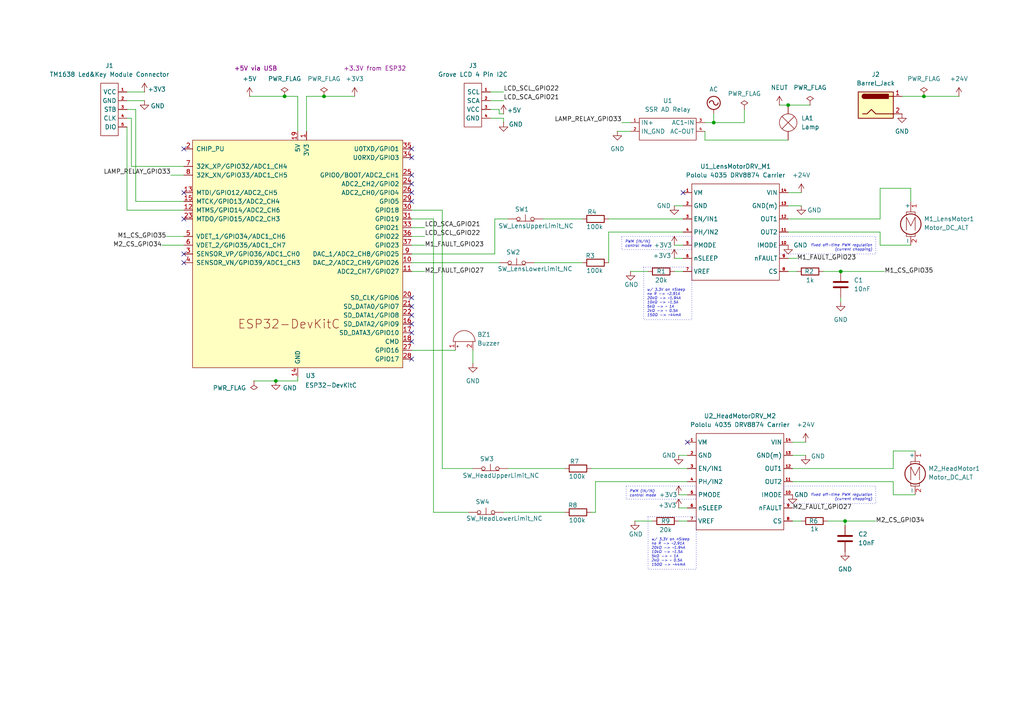
<source format=kicad_sch>
(kicad_sch (version 20250114) (generator "eeschema") (generator_version "9.0")
  (paper "A4")
  (lib_symbols
    (symbol "Connector:Barrel_Jack" (pin_names (offset 1.016))
      (property "Reference" "J" (at 0 5.334 0))
      (property "Value" "Barrel_Jack" (at 0 -5.08 0))
      (symbol "Barrel_Jack_0_1"
        (rectangle (start -5.08 3.81) (end 5.08 -3.81) (stroke (width 0.254)) (fill (type background)))
        (polyline (pts (xy -3.81 -2.54) (xy -2.54 -2.54) (xy -1.27 -1.27) (xy 0 -2.54) (xy 2.54 -2.54) (xy 5.08 -2.54)) (stroke (width 0.254)))
        (arc (start -3.302 1.905) (mid -3.9343 2.54) (end -3.302 3.175) (stroke (width 0.254)))
        (arc (start -3.302 1.905) (mid -3.9343 2.54) (end -3.302 3.175) (stroke (width 0.254)) (fill (type outline)))
        (rectangle (start 3.683 3.175) (end -3.302 1.905) (stroke (width 0.254)) (fill (type outline)))
        (polyline (pts (xy 5.08 2.54) (xy 3.81 2.54)) (stroke (width 0.254)))
      )
      (symbol "Barrel_Jack_1_1"
        (pin passive line (at 7.62 2.54 180) (length 2.54) (name "~") (number "1"))
        (pin passive line (at 7.62 -2.54 180) (length 2.54) (name "~") (number "2"))
      )
    )
    (symbol "Device:Buzzer" (pin_names (offset 0.0254) (hide yes))
      (property "Reference" "BZ" (at 3.81 1.27 0))
      (property "Value" "Buzzer" (at 3.81 -1.27 0))
      (symbol "Buzzer_0_1"
        (polyline (pts (xy -1.651 1.905) (xy -1.143 1.905)))
        (polyline (pts (xy -1.397 2.159) (xy -1.397 1.651)))
        (arc (start 0 3.175) (mid 3.1612 0) (end 0 -3.175))
        (polyline (pts (xy 0 3.175) (xy 0 -3.175)))
      )
      (symbol "Buzzer_1_1"
        (pin passive line (at -2.54 2.54 0) (length 2.54) (name "+") (number "1"))
        (pin passive line (at -2.54 -2.54 0) (length 2.54) (name "-") (number "2"))
      )
    )
    (symbol "Device:C" (pin_numbers (hide yes)) (pin_names (offset 0.254))
      (property "Reference" "C" (at 0.635 2.54 0))
      (property "Value" "C" (at 0.635 -2.54 0))
      (symbol "C_0_1"
        (polyline (pts (xy -2.032 0.762) (xy 2.032 0.762)) (stroke (width 0.508)))
        (polyline (pts (xy -2.032 -0.762) (xy 2.032 -0.762)) (stroke (width 0.508)))
      )
      (symbol "C_1_1"
        (pin passive line (at 0 3.81 270) (length 2.794) (name "~") (number "1"))
        (pin passive line (at 0 -3.81 90) (length 2.794) (name "~") (number "2"))
      )
    )
    (symbol "Device:Lamp" (pin_numbers (hide yes)) (pin_names (offset 0.0254) (hide yes))
      (property "Reference" "LA" (at 0.635 3.81 0))
      (property "Value" "Lamp" (at 0.635 -3.81 0))
      (symbol "Lamp_0_1"
        (polyline (pts (xy -1.778 1.778) (xy 1.778 -1.778)))
        (circle (center 0 0) (radius 2.54))
        (polyline (pts (xy 1.778 1.778) (xy -1.778 -1.778)))
      )
      (symbol "Lamp_1_1"
        (pin passive line (at 0 5.08 270) (length 2.54) (name "+") (number "2"))
        (pin passive line (at 0 -5.08 90) (length 2.54) (name "-") (number "1"))
      )
    )
    (symbol "Device:R" (pin_numbers (hide yes)) (pin_names (offset 0))
      (property "Reference" "R" (at 2.032 0 90))
      (property "Value" "R" (at 0 0 90))
      (symbol "R_0_1"
        (rectangle (start -1.016 -2.54) (end 1.016 2.54) (stroke (width 0.254)))
      )
      (symbol "R_1_1"
        (pin passive line (at 0 3.81 270) (length 1.27) (name "~") (number "1"))
        (pin passive line (at 0 -3.81 90) (length 1.27) (name "~") (number "2"))
      )
    )
    (symbol "Motor:Motor_DC_ALT" (pin_names (offset 0))
      (property "Reference" "M" (at 2.54 2.54 0))
      (property "Value" "Motor_DC_ALT" (at 2.54 -5.08 0))
      (symbol "Motor_DC_ALT_0_0"
        (polyline (pts (xy -1.27 1.27) (xy -1.27 2.032) (xy 1.27 2.032) (xy 1.27 1.27)))
        (polyline (pts (xy -1.27 -3.302) (xy -1.27 0.508) (xy 0 -2.032) (xy 1.27 0.508) (xy 1.27 -3.302)))
        (polyline (pts (xy -1.27 -4.318) (xy -1.27 -5.08) (xy 1.27 -5.08) (xy 1.27 -4.318)))
        (circle (center 0 -1.524) (radius 2.9718) (stroke (width 0.254)))
      )
      (symbol "Motor_DC_ALT_0_1"
        (polyline (pts (xy 0 2.032) (xy 0 2.54)))
      )
      (symbol "Motor_DC_ALT_1_1"
        (pin passive line (at 0 5.08 270) (length 2.54) (name "+") (number "1"))
        (pin passive line (at 0 -7.62 90) (length 2.54) (name "-") (number "2"))
      )
    )
    (symbol "PCM_Espressif:ESP32-DevKitC" (pin_names (offset 1.016))
      (property "Reference" "U" (at -30.48 38.1 0))
      (property "Value" "ESP32-DevKitC" (at -30.48 35.56 0))
      (symbol "ESP32-DevKitC_0_0"
        (text "ESP32-DevKitC" (at -2.54 -20.32 0) (effects (font (size 2.54 2.54))))
        (pin power_in line (at 0 35.56 270) (length 2.54) (name "5V") (number "19"))
        (pin power_in line (at 0 -35.56 90) (length 2.54) (name "GND") (number "14"))
      )
      (symbol "ESP32-DevKitC_0_1"
        (rectangle (start -30.48 33.02) (end 30.48 -33.02) (fill (type background)))
      )
      (symbol "ESP32-DevKitC_1_1"
        (pin input line (at -33.02 30.48 0) (length 2.54) (name "CHIP_PU") (number "2"))
        (pin bidirectional line (at -33.02 25.4 0) (length 2.54) (name "32K_XP/GPIO32/ADC1_CH4") (number "7"))
        (pin bidirectional line (at -33.02 22.86 0) (length 2.54) (name "32K_XN/GPIO33/ADC1_CH5") (number "8"))
        (pin bidirectional line (at -33.02 17.78 0) (length 2.54) (name "MTDI/GPIO12/ADC2_CH5") (number "13"))
        (pin bidirectional line (at -33.02 15.24 0) (length 2.54) (name "MTCK/GPIO13/ADC2_CH4") (number "15"))
        (pin bidirectional line (at -33.02 12.7 0) (length 2.54) (name "MTMS/GPIO14/ADC2_CH6") (number "12"))
        (pin bidirectional line (at -33.02 10.16 0) (length 2.54) (name "MTDO/GPIO15/ADC2_CH3") (number "23"))
        (pin input line (at -33.02 5.08 0) (length 2.54) (name "VDET_1/GPIO34/ADC1_CH6") (number "5"))
        (pin input line (at -33.02 2.54 0) (length 2.54) (name "VDET_2/GPIO35/ADC1_CH7") (number "6"))
        (pin input line (at -33.02 0 0) (length 2.54) (name "SENSOR_VP/GPIO36/ADC1_CH0") (number "3"))
        (pin input line (at -33.02 -2.54 0) (length 2.54) (name "SENSOR_VN/GPIO39/ADC1_CH3") (number "4"))
        (pin passive line (at 0 -35.56 90) (length 2.54) (hide yes) (name "GND") (number "32"))
        (pin passive line (at 0 -35.56 90) (length 2.54) (hide yes) (name "GND") (number "38"))
        (pin power_in line (at 2.54 35.56 270) (length 2.54) (name "3V3") (number "1"))
        (pin bidirectional line (at 33.02 30.48 180) (length 2.54) (name "U0TXD/GPIO1") (number "35"))
        (pin bidirectional line (at 33.02 27.94 180) (length 2.54) (name "U0RXD/GPIO3") (number "34"))
        (pin bidirectional line (at 33.02 22.86 180) (length 2.54) (name "GPIO0/BOOT/ADC2_CH1") (number "25"))
        (pin bidirectional line (at 33.02 20.32 180) (length 2.54) (name "ADC2_CH2/GPIO2") (number "24"))
        (pin bidirectional line (at 33.02 17.78 180) (length 2.54) (name "ADC2_CH0/GPIO4") (number "26"))
        (pin bidirectional line (at 33.02 15.24 180) (length 2.54) (name "GPIO5") (number "29"))
        (pin bidirectional line (at 33.02 12.7 180) (length 2.54) (name "GPIO18") (number "30"))
        (pin bidirectional line (at 33.02 10.16 180) (length 2.54) (name "GPIO19") (number "31"))
        (pin bidirectional line (at 33.02 7.62 180) (length 2.54) (name "GPIO21") (number "33"))
        (pin bidirectional line (at 33.02 5.08 180) (length 2.54) (name "GPIO22") (number "36"))
        (pin bidirectional line (at 33.02 2.54 180) (length 2.54) (name "GPIO23") (number "37"))
        (pin bidirectional line (at 33.02 0 180) (length 2.54) (name "DAC_1/ADC2_CH8/GPIO25") (number "9"))
        (pin bidirectional line (at 33.02 -2.54 180) (length 2.54) (name "DAC_2/ADC2_CH9/GPIO26") (number "10"))
        (pin bidirectional line (at 33.02 -5.08 180) (length 2.54) (name "ADC2_CH7/GPIO27") (number "11"))
        (pin bidirectional line (at 33.02 -12.7 180) (length 2.54) (name "SD_CLK/GPIO6") (number "20"))
        (pin bidirectional line (at 33.02 -15.24 180) (length 2.54) (name "SD_DATA0/GPIO7") (number "21"))
        (pin bidirectional line (at 33.02 -17.78 180) (length 2.54) (name "SD_DATA1/GPIO8") (number "22"))
        (pin bidirectional line (at 33.02 -20.32 180) (length 2.54) (name "SD_DATA2/GPIO9") (number "16"))
        (pin bidirectional line (at 33.02 -22.86 180) (length 2.54) (name "SD_DATA3/GPIO10") (number "17"))
        (pin bidirectional line (at 33.02 -25.4 180) (length 2.54) (name "CMD") (number "18"))
        (pin bidirectional line (at 33.02 -27.94 180) (length 2.54) (name "GPIO16") (number "27"))
        (pin bidirectional line (at 33.02 -30.48 180) (length 2.54) (name "GPIO17") (number "28"))
      )
    )
    (symbol "Switch:SW_Push_Open" (pin_numbers (hide yes)) (pin_names (offset 1.016) (hide yes))
      (property "Reference" "SW" (at 0 2.54 0))
      (property "Value" "SW_Push_Open" (at 0 -1.905 0))
      (symbol "SW_Push_Open_0_1"
        (polyline (pts (xy -2.54 -0.635) (xy 2.54 -0.635)))
        (circle (center -2.032 0) (radius 0.508))
        (polyline (pts (xy 0 -0.635) (xy 0 1.27)))
        (circle (center 2.032 0) (radius 0.508))
        (pin passive line (at -5.08 0 0) (length 2.54) (name "A") (number "1"))
      )
      (symbol "SW_Push_Open_1_1"
        (pin passive line (at 5.08 0 180) (length 2.54) (name "B") (number "2"))
      )
    )
    (symbol "petro:Grove_LCD_4Pin_I2C"
      (property "Reference" "J" (at 0 0 0))
      (property "Value" "Grove LCD 4 Pin I2C" (at 0.254 -17.78 0))
      (symbol "Grove_LCD_4Pin_I2C_0_1"
        (rectangle (start -2.54 -1.27) (end 2.54 -13.97))
      )
      (symbol "Grove_LCD_4Pin_I2C_1_1"
        (pin input line (at 5.08 -3.81 180) (length 2.54) (name "SCL") (number "1"))
        (pin input line (at 5.08 -6.35 180) (length 2.54) (name "SCA") (number "2"))
        (pin power_in line (at 5.08 -8.89 180) (length 2.54) (name "VCC") (number "3"))
        (pin power_in line (at 5.08 -11.43 180) (length 2.54) (name "GND") (number "4"))
      )
    )
    (symbol "petro:SSR_Relay"
      (property "Reference" "U" (at 0 0 0))
      (property "Value" "SSR AD Relay" (at 2.54 -8.89 0))
      (symbol "SSR_Relay_0_1"
        (rectangle (start -6.35 -1.27) (end 10.16 -7.62))
      )
      (symbol "SSR_Relay_1_1"
        (pin input line (at -8.89 -2.54 0) (length 2.54) (name "IN+") (number "1"))
        (pin power_in line (at -8.89 -5.08 0) (length 2.54) (name "IN_GND") (number "2"))
        (pin passive line (at 12.7 -2.54 180) (length 2.54) (name "AC1~IN") (number "3"))
        (pin passive line (at 12.7 -5.08 180) (length 2.54) (name "AC~OUT") (number "4"))
      )
    )
    (symbol "petro:TM1638_LEDKEY_Module Connector"
      (property "Reference" "J" (at 0 0 0))
      (property "Value" "TM1638 Led&Key Module Connector" (at 0.254 -17.78 0))
      (symbol "TM1638_LEDKEY_Module Connector_0_1"
        (rectangle (start -2.54 -1.27) (end 2.54 -16.51))
      )
      (symbol "TM1638_LEDKEY_Module Connector_1_1"
        (pin power_in line (at 5.08 -3.81 180) (length 2.54) (name "VCC") (number "1"))
        (pin power_in line (at 5.08 -6.35 180) (length 2.54) (name "GND") (number "2"))
        (pin input line (at 5.08 -8.89 180) (length 2.54) (name "STB") (number "3"))
        (pin input line (at 5.08 -11.43 180) (length 2.54) (name "CLK") (number "4"))
        (pin bidirectional line (at 5.08 -13.97 180) (length 2.54) (name "DIO") (number "5"))
      )
    )
    (symbol "petro:pololu_4035_DRV8874_Carrier"
      (property "Reference" "U" (at -12.192 16.51 0))
      (property "Value" "Pololu 4035 DRV8874 Carrier" (at 1.27 14.224 0))
      (symbol "pololu_4035_DRV8874_Carrier_0_1"
        (rectangle (start -12.7 12.7) (end 12.7 -15.24))
      )
      (symbol "pololu_4035_DRV8874_Carrier_1_1"
        (pin power_out line (at -15.24 10.16 0) (length 2.54) (name "VM") (number "1"))
        (pin power_in line (at -15.24 6.35 0) (length 2.54) (name "GND") (number "2"))
        (pin input line (at -15.24 2.54 0) (length 2.54) (name "EN/IN1") (number "3"))
        (pin input line (at -15.24 -1.27 0) (length 2.54) (name "PH/IN2") (number "4"))
        (pin input line (at -15.24 -5.08 0) (length 2.54) (name "PMODE") (number "5"))
        (pin input line (at -15.24 -8.89 0) (length 2.54) (name "nSLEEP") (number "6"))
        (pin input line (at -15.24 -12.7 0) (length 2.54) (name "VREF") (number "7"))
        (pin power_in line (at 15.24 10.16 180) (length 2.54) (name "VIN") (number "14"))
        (pin power_in line (at 15.24 6.35 180) (length 2.54) (name "GND(m)") (number "13"))
        (pin power_out line (at 15.24 2.54 180) (length 2.54) (name "OUT1") (number "12"))
        (pin power_out line (at 15.24 -1.27 180) (length 2.54) (name "OUT2") (number "11"))
        (pin input line (at 15.24 -5.08 180) (length 2.54) (name "IMODE") (number "10"))
        (pin open_collector line (at 15.24 -8.89 180) (length 2.54) (name "nFAULT") (number "9"))
        (pin output line (at 15.24 -12.7 180) (length 2.54) (name "CS") (number "8"))
      )
    )
    (symbol "power:+24V" (power) (pin_numbers (hide yes)) (pin_names (offset 0) (hide yes))
      (property "Value" "+24V" (at 0 3.556 0))
      (symbol "+24V_0_1"
        (polyline (pts (xy -0.762 1.27) (xy 0 2.54)))
        (polyline (pts (xy 0 2.54) (xy 0.762 1.27)))
        (polyline (pts (xy 0 0) (xy 0 2.54)))
      )
      (symbol "+24V_1_1"
        (pin power_in line (at 0 0 90) (length 0) (name "~") (number "1"))
      )
    )
    (symbol "power:+3V3" (power) (pin_numbers (hide yes)) (pin_names (offset 0) (hide yes))
      (property "Value" "+3V3" (at 0 3.556 0))
      (symbol "+3V3_0_1"
        (polyline (pts (xy -0.762 1.27) (xy 0 2.54)))
        (polyline (pts (xy 0 2.54) (xy 0.762 1.27)))
        (polyline (pts (xy 0 0) (xy 0 2.54)))
      )
      (symbol "+3V3_1_1"
        (pin power_in line (at 0 0 90) (length 0) (name "~") (number "1"))
      )
    )
    (symbol "power:+5V" (power) (pin_numbers (hide yes)) (pin_names (offset 0) (hide yes))
      (property "Value" "+5V" (at 0 3.556 0))
      (symbol "+5V_0_1"
        (polyline (pts (xy -0.762 1.27) (xy 0 2.54)))
        (polyline (pts (xy 0 2.54) (xy 0.762 1.27)))
        (polyline (pts (xy 0 0) (xy 0 2.54)))
      )
      (symbol "+5V_1_1"
        (pin power_in line (at 0 0 90) (length 0) (name "~") (number "1"))
      )
    )
    (symbol "power:AC" (power) (pin_numbers (hide yes)) (pin_names (offset 0) (hide yes))
      (property "Value" "AC" (at 0 6.35 0))
      (symbol "AC_0_1"
        (arc (start -1.27 3.175) (mid -0.635 3.8073) (end 0 3.175) (stroke (width 0.254)))
        (circle (center 0 3.175) (radius 1.905) (stroke (width 0.254)))
        (polyline (pts (xy 0 0) (xy 0 1.27)))
        (arc (start 1.27 3.175) (mid 0.635 2.5427) (end 0 3.175) (stroke (width 0.254)))
      )
      (symbol "AC_1_1"
        (pin power_in line (at 0 0 90) (length 0) (name "~") (number "1"))
      )
    )
    (symbol "power:GND" (power) (pin_numbers (hide yes)) (pin_names (offset 0) (hide yes))
      (property "Value" "GND" (at 0 -3.81 0))
      (symbol "GND_0_1"
        (polyline (pts (xy 0 0) (xy 0 -1.27) (xy 1.27 -1.27) (xy 0 -2.54) (xy -1.27 -1.27) (xy 0 -1.27)))
      )
      (symbol "GND_1_1"
        (pin power_in line (at 0 0 270) (length 0) (name "~") (number "1"))
      )
    )
    (symbol "power:NEUT" (power) (pin_numbers (hide yes)) (pin_names (offset 0) (hide yes))
      (property "Value" "NEUT" (at 0 3.556 0))
      (symbol "NEUT_0_1"
        (polyline (pts (xy -0.762 1.27) (xy 0 2.54)))
        (polyline (pts (xy 0 2.54) (xy 0.762 1.27)))
        (polyline (pts (xy 0 0) (xy 0 2.54)))
      )
      (symbol "NEUT_1_1"
        (pin power_in line (at 0 0 90) (length 0) (name "~") (number "1"))
      )
    )
    (symbol "power:PWR_FLAG" (power) (pin_numbers (hide yes)) (pin_names (offset 0) (hide yes))
      (property "Value" "PWR_FLAG" (at 0 3.81 0))
      (symbol "PWR_FLAG_0_0"
        (pin power_out line (at 0 0 90) (length 0) (name "~") (number "1"))
      )
      (symbol "PWR_FLAG_0_1"
        (polyline (pts (xy 0 0) (xy 0 1.27) (xy -1.016 1.905) (xy 0 2.54) (xy 1.016 1.905) (xy 0 1.27)))
      )
    )
  )
  (text_box "fixed off-time PWM regulation \n(current chopping)" (at 226.06 68.58 0) (size 27.94 5.08) (margins 0.9525 0.9525 0.9525 0.9525) (stroke (width 0) (type dot)) (effects (font (size 0.762 0.762) (thickness 0.0953) (italic yes)) (justify right bottom)))
  (text_box "PWM (IN/IN) \ncontrol mode" (at 181.61 140.97 0) (size 20.32 3.81) (margins 0.9525 0.9525 0.9525 0.9525) (stroke (width 0) (type dot)) (effects (font (size 0.762 0.762) (thickness 0.0953) (italic yes)) (justify left top)))
  (text_box "PWM (IN/IN) \ncontrol mode" (at 180.34 68.58 0) (size 20.32 3.81) (margins 0.9525 0.9525 0.9525 0.9525) (stroke (width 0) (type dot)) (effects (font (size 0.762 0.762) (thickness 0.0953) (italic yes)) (justify left top)))
  (text_box "w/ 3.3V on nSleep\nno R -> ~2.91A\n20kΩ -> ~1.94A\n10kΩ -> ~1.5A\n5kΩ -> ~ 1A\n2kΩ -> ~ 0.5A\n150Ω -> ~44mA" (at 187.96 149.86 0) (size 13.97 15.24) (margins 0.9525 0.9525 0.9525 0.9525) (stroke (width 0) (type dot)) (effects (font (size 0.762 0.762) (thickness 0.0953) (italic yes)) (justify left bottom)))
  (text_box "fixed off-time PWM regulation \n(current chopping)" (at 227.33 140.97 0) (size 26.67 5.08) (margins 0.9525 0.9525 0.9525 0.9525) (stroke (width 0) (type dot)) (effects (font (size 0.762 0.762) (thickness 0.0953) (italic yes)) (justify right bottom)))
  (text_box "w/ 3.3V on nSleep\nno R -> ~2.91A\n20kΩ -> ~1.94A\n10kΩ -> ~1.5A\n5kΩ -> ~ 1A\n2kΩ -> ~ 0.5A\n150Ω -> ~44mA" (at 186.69 77.47 0) (size 13.97 15.24) (margins 0.9525 0.9525 0.9525 0.9525) (stroke (width 0) (type dot)) (effects (font (size 0.762 0.762) (thickness 0.0953) (italic yes)) (justify left bottom)))
  (junction (at 228.6 30.48))
  (junction (at 267.97 27.94))
  (junction (at 93.98 27.94))
  (junction (at 207.01 35.56))
  (junction (at 243.84 78.74))
  (junction (at 245.11 151.13))
  (junction (at 80.01 110.49))
  (junction (at 82.55 27.94))
  (no_connect (at 119.38 45.72))
  (no_connect (at 119.38 99.06))
  (no_connect (at 53.34 63.5))
  (no_connect (at 119.38 50.8))
  (no_connect (at 119.38 104.14))
  (no_connect (at 119.38 96.52))
  (no_connect (at 199.39 128.27))
  (no_connect (at 53.34 43.18))
  (no_connect (at 119.38 91.44))
  (no_connect (at 119.38 43.18))
  (no_connect (at 119.38 55.88))
  (no_connect (at 119.38 58.42))
  (no_connect (at 119.38 88.9))
  (no_connect (at 53.34 76.2))
  (no_connect (at 198.12 55.88))
  (no_connect (at 53.34 73.66))
  (no_connect (at 119.38 53.34))
  (no_connect (at 119.38 86.36))
  (no_connect (at 119.38 93.98))
  (no_connect (at 53.34 55.88))
  (wire (pts (xy 245.11 152.4) (xy 245.11 151.13)))
  (wire (pts (xy 172.72 139.7) (xy 199.39 139.7)))
  (wire (pts (xy 195.58 74.93) (xy 198.12 74.93)))
  (wire (pts (xy 196.85 147.32) (xy 199.39 147.32)))
  (wire (pts (xy 119.38 76.2) (xy 144.78 76.2)))
  (wire (pts (xy 232.41 59.69) (xy 228.6 59.69)))
  (wire (pts (xy 147.32 135.89) (xy 163.83 135.89)))
  (wire (pts (xy 119.38 68.58) (xy 123.19 68.58)))
  (wire (pts (xy 93.98 27.94) (xy 102.87 27.94)))
  (wire (pts (xy 132.08 101.6) (xy 119.38 101.6)))
  (wire (pts (xy 157.48 63.5) (xy 168.91 63.5)))
  (wire (pts (xy 163.83 148.59) (xy 146.05 148.59)))
  (wire (pts (xy 204.47 35.56) (xy 207.01 35.56)))
  (wire (pts (xy 243.84 78.74) (xy 256.54 78.74)))
  (wire (pts (xy 119.38 60.96) (xy 128.27 60.96)))
  (wire (pts (xy 259.08 143.51) (xy 265.43 143.51)))
  (wire (pts (xy 259.08 139.7) (xy 229.87 139.7)))
  (wire (pts (xy 39.37 58.42) (xy 53.34 58.42)))
  (wire (pts (xy 172.72 148.59) (xy 172.72 139.7)))
  (wire (pts (xy 264.16 54.61) (xy 255.27 54.61)))
  (wire (pts (xy 204.47 40.64) (xy 204.47 38.1)))
  (wire (pts (xy 36.83 29.21) (xy 41.91 29.21)))
  (wire (pts (xy 240.03 151.13) (xy 245.11 151.13)))
  (wire (pts (xy 137.16 101.6) (xy 137.16 105.41)))
  (wire (pts (xy 243.84 86.36) (xy 243.84 87.63)))
  (wire (pts (xy 36.83 31.75) (xy 39.37 31.75)))
  (wire (pts (xy 38.1 34.29) (xy 38.1 48.26)))
  (wire (pts (xy 195.58 78.74) (xy 198.12 78.74)))
  (wire (pts (xy 142.24 26.67) (xy 146.05 26.67)))
  (wire (pts (xy 171.45 135.89) (xy 199.39 135.89)))
  (wire (pts (xy 196.85 143.51) (xy 199.39 143.51)))
  (wire (pts (xy 144.78 33.02) (xy 144.78 31.75)))
  (wire (pts (xy 125.73 148.59) (xy 135.89 148.59)))
  (wire (pts (xy 228.6 78.74) (xy 231.14 78.74)))
  (wire (pts (xy 278.13 27.94) (xy 267.97 27.94)))
  (wire (pts (xy 154.94 76.2) (xy 168.91 76.2)))
  (wire (pts (xy 259.08 130.81) (xy 265.43 130.81)))
  (wire (pts (xy 36.83 36.83) (xy 36.83 60.96)))
  (wire (pts (xy 36.83 60.96) (xy 53.34 60.96)))
  (wire (pts (xy 128.27 60.96) (xy 128.27 135.89)))
  (wire (pts (xy 143.51 73.66) (xy 119.38 73.66)))
  (wire (pts (xy 176.53 63.5) (xy 198.12 63.5)))
  (wire (pts (xy 259.08 143.51) (xy 259.08 139.7)))
  (wire (pts (xy 226.06 30.48) (xy 228.6 30.48)))
  (wire (pts (xy 259.08 130.81) (xy 259.08 135.89)))
  (wire (pts (xy 36.83 34.29) (xy 38.1 34.29)))
  (wire (pts (xy 72.39 27.94) (xy 82.55 27.94)))
  (wire (pts (xy 255.27 54.61) (xy 255.27 63.5)))
  (wire (pts (xy 147.32 63.5) (xy 143.51 63.5)))
  (wire (pts (xy 231.14 74.93) (xy 228.6 74.93)))
  (wire (pts (xy 142.24 29.21) (xy 146.05 29.21)))
  (wire (pts (xy 119.38 66.04) (xy 123.19 66.04)))
  (wire (pts (xy 255.27 67.31) (xy 228.6 67.31)))
  (wire (pts (xy 238.76 78.74) (xy 243.84 78.74)))
  (wire (pts (xy 123.19 71.12) (xy 119.38 71.12)))
  (wire (pts (xy 255.27 63.5) (xy 228.6 63.5)))
  (wire (pts (xy 36.83 26.67) (xy 41.91 26.67)))
  (wire (pts (xy 228.6 30.48) (xy 234.95 30.48)))
  (wire (pts (xy 38.1 48.26) (xy 53.34 48.26)))
  (wire (pts (xy 215.9 35.56) (xy 207.01 35.56)))
  (wire (pts (xy 184.15 151.13) (xy 189.23 151.13)))
  (wire (pts (xy 88.9 27.94) (xy 88.9 38.1)))
  (wire (pts (xy 182.88 78.74) (xy 187.96 78.74)))
  (wire (pts (xy 176.53 67.31) (xy 198.12 67.31)))
  (wire (pts (xy 195.58 71.12) (xy 198.12 71.12)))
  (wire (pts (xy 176.53 76.2) (xy 176.53 67.31)))
  (wire (pts (xy 229.87 135.89) (xy 259.08 135.89)))
  (wire (pts (xy 245.11 151.13) (xy 254 151.13)))
  (wire (pts (xy 179.07 38.1) (xy 182.88 38.1)))
  (wire (pts (xy 86.36 109.22) (xy 86.36 110.49)))
  (wire (pts (xy 171.45 148.59) (xy 172.72 148.59)))
  (wire (pts (xy 198.12 59.69) (xy 195.58 59.69)))
  (wire (pts (xy 196.85 151.13) (xy 199.39 151.13)))
  (wire (pts (xy 48.26 68.58) (xy 53.34 68.58)))
  (wire (pts (xy 232.41 55.88) (xy 228.6 55.88)))
  (wire (pts (xy 229.87 132.08) (xy 233.68 132.08)))
  (wire (pts (xy 229.87 151.13) (xy 232.41 151.13)))
  (wire (pts (xy 49.53 50.8) (xy 53.34 50.8)))
  (wire (pts (xy 119.38 63.5) (xy 125.73 63.5)))
  (wire (pts (xy 255.27 71.12) (xy 255.27 67.31)))
  (wire (pts (xy 80.01 110.49) (xy 86.36 110.49)))
  (wire (pts (xy 82.55 27.94) (xy 86.36 27.94)))
  (wire (pts (xy 73.66 110.49) (xy 80.01 110.49)))
  (wire (pts (xy 144.78 33.02) (xy 146.05 33.02)))
  (wire (pts (xy 128.27 135.89) (xy 137.16 135.89)))
  (wire (pts (xy 261.62 27.94) (xy 267.97 27.94)))
  (wire (pts (xy 233.68 128.27) (xy 229.87 128.27)))
  (wire (pts (xy 119.38 78.74) (xy 123.19 78.74)))
  (wire (pts (xy 207.01 33.02) (xy 207.01 35.56)))
  (wire (pts (xy 39.37 31.75) (xy 39.37 58.42)))
  (wire (pts (xy 146.05 35.56) (xy 146.05 34.29)))
  (wire (pts (xy 146.05 34.29) (xy 142.24 34.29)))
  (wire (pts (xy 143.51 63.5) (xy 143.51 73.66)))
  (wire (pts (xy 88.9 27.94) (xy 93.98 27.94)))
  (wire (pts (xy 86.36 27.94) (xy 86.36 38.1)))
  (wire (pts (xy 264.16 54.61) (xy 264.16 58.42)))
  (wire (pts (xy 180.34 35.56) (xy 182.88 35.56)))
  (wire (pts (xy 125.73 63.5) (xy 125.73 148.59)))
  (wire (pts (xy 196.85 132.08) (xy 199.39 132.08)))
  (wire (pts (xy 46.99 71.12) (xy 53.34 71.12)))
  (wire (pts (xy 144.78 31.75) (xy 142.24 31.75)))
  (wire (pts (xy 215.9 31.75) (xy 215.9 35.56)))
  (wire (pts (xy 264.16 71.12) (xy 255.27 71.12)))
  (wire (pts (xy 204.47 40.64) (xy 228.6 40.64)))
  (label "LCD_SCA_GPIO21" (at 146.05 29.21 0))
  (label "LCD_SCL_GPIO22" (at 123.19 68.58 0))
  (label "M2_FAULT_GPIO27" (at 229.87 147.32 0))
  (label "M1_CS_GPIO35" (at 256.54 78.74 0))
  (label "M2_FAULT_GPIO27" (at 123.19 78.74 0))
  (label "LCD_SCL_GPIO22" (at 146.05 26.67 0))
  (label "LAMP_RELAY_GPIO33" (at 180.34 35.56 180))
  (label "M1_FAULT_GPIO23" (at 231.14 74.93 0))
  (label "M1_CS_GPIO35" (at 48.26 68.58 180))
  (label "LAMP_RELAY_GPIO33" (at 49.53 50.8 180))
  (label "M1_FAULT_GPIO23" (at 123.19 71.12 0))
  (label "LCD_SCA_GPIO21" (at 123.19 66.04 0))
  (label "M2_CS_GPIO34" (at 46.99 71.12 180))
  (label "M2_CS_GPIO34" (at 254 151.13 0))
  (symbol (lib_id "power:+3V3") (at 41.91 26.67 0) (unit 1)
    (property "Reference" "#PWR026" (effects (hide yes)))
    (property "Value" "+3V3" (at 45.466 25.908 0))
    (property "Description" "Power symbol creates a global label with name \"+3V3\"" (effects (hide yes)))
  )
  (symbol (lib_id "power:GND") (at 41.91 29.21 0) (unit 1)
    (property "Reference" "#PWR010" (effects (hide yes)))
    (property "Value" "GND" (at 45.72 30.734 0))
    (property "Description" "Power symbol creates a global label with name \"GND\" , ground" (effects (hide yes)))
  )
  (symbol (lib_id "power:+5V") (at 72.39 27.94 0) (unit 1)
    (property "Reference" "#PWR06" (effects (hide yes)))
    (property "Value" "+5V" (at 72.39 22.86 0))
    (property "Description" "+5V via USB" (at 74.168 19.812 0))
  )
  (symbol (lib_id "power:GND") (at 228.6 71.12 0) (unit 1)
    (property "Reference" "#PWR023" (effects (hide yes)))
    (property "Value" "GND" (at 232.156 71.12 0))
    (property "Description" "Power symbol creates a global label with name \"GND\" , ground" (effects (hide yes)))
  )
  (symbol (lib_id "power:+3V3") (at 195.58 74.93 0) (unit 1)
    (property "Reference" "#PWR021" (effects (hide yes)))
    (property "Value" "+3V3" (at 192.024 74.168 0))
    (property "Description" "Power symbol creates a global label with name \"+3V3\"" (effects (hide yes)))
  )
  (symbol (lib_id "Device:Buzzer") (at 134.62 99.06 90) (unit 1)
    (property "Reference" "BZ1" (at 138.43 97.0348 90) (effects (justify right)))
    (property "Value" "Buzzer" (at 138.43 99.5748 90) (effects (justify right)))
    (property "Description" "Buzzer, polarized" (effects (hide yes)))
  )
  (symbol (lib_id "power:AC") (at 207.01 33.02 0) (unit 1)
    (property "Reference" "#PWR028" (effects (hide yes)))
    (property "Value" "AC" (at 207.01 25.908 0))
    (property "Description" "Power symbol creates a global label with name \"AC\"" (effects (hide yes)))
  )
  (symbol (lib_id "Device:R") (at 191.77 78.74 270) (unit 1)
    (property "Reference" "R1" (at 191.77 78.74 90))
    (property "Value" "20k" (at 191.77 81.28 90))
    (property "Description" "Resistor" (effects (hide yes)))
  )
  (symbol (lib_id "Switch:SW_Push_Open") (at 142.24 135.89 0) (unit 1)
    (property "Reference" "SW3" (at 141.224 133.096 0))
    (property "Value" "SW_HeadUpperLimit_NC" (at 145.288 137.922 0))
    (property "Description" "Push button switch, push-to-open, generic, two pins" (effects (hide yes)))
  )
  (symbol (lib_id "power:PWR_FLAG") (at 73.66 110.49 0) (mirror x) (unit 1)
    (property "Reference" "#FLG04" (effects (hide yes)))
    (property "Value" "PWR_FLAG" (at 66.548 112.522 0))
    (property "Description" "Special symbol for telling ERC where power comes from" (effects (hide yes)))
  )
  (symbol (lib_id "power:NEUT") (at 226.06 30.48 0) (unit 1)
    (property "Reference" "#PWR029" (effects (hide yes)))
    (property "Value" "NEUT" (at 226.06 25.4 0))
    (property "Description" "Power symbol creates a global label with name \"NEUT\"" (effects (hide yes)))
  )
  (symbol (lib_id "PCM_Espressif:ESP32-DevKitC") (at 86.36 73.66 0) (unit 1)
    (property "Reference" "U3" (at 88.646 108.966 0) (effects (justify left)))
    (property "Value" "ESP32-DevKitC" (at 88.5033 111.76 0) (effects (justify left)))
    (property "Footprint" "PCM_Espressif:ESP32-DevKitC" (effects (hide yes)))
    (property "Datasheet" "https://docs.espressif.com/projects/esp-idf/zh_CN/latest/esp32/hw-reference/esp32/get-started-devkitc.html" (effects (hide yes)))
    (property "Description" "Development Kit" (effects (hide yes)))
  )
  (symbol (lib_id "power:GND") (at 229.87 143.51 0) (unit 1)
    (property "Reference" "#PWR022" (effects (hide yes)))
    (property "Value" "GND" (at 232.41 143.51 0))
    (property "Description" "Power symbol creates a global label with name \"GND\" , ground" (effects (hide yes)))
  )
  (symbol (lib_id "power:PWR_FLAG") (at 267.97 27.94 0) (unit 1)
    (property "Reference" "#FLG03" (effects (hide yes)))
    (property "Value" "PWR_FLAG" (at 267.97 22.86 0))
    (property "Description" "Special symbol for telling ERC where power comes from" (effects (hide yes)))
  )
  (symbol (lib_id "power:GND") (at 245.11 160.02 0) (unit 1)
    (property "Reference" "#PWR017" (effects (hide yes)))
    (property "Value" "GND" (at 245.11 165.1 0))
    (property "Description" "Power symbol creates a global label with name \"GND\" , ground" (effects (hide yes)))
  )
  (symbol (lib_id "power:PWR_FLAG") (at 215.9 31.75 0) (unit 1)
    (property "Reference" "#FLG05" (effects (hide yes)))
    (property "Value" "PWR_FLAG" (at 215.9 27.178 0))
    (property "Description" "Special symbol for telling ERC where power comes from" (effects (hide yes)))
  )
  (symbol (lib_id "power:GND") (at 243.84 87.63 0) (unit 1)
    (property "Reference" "#PWR09" (effects (hide yes)))
    (property "Value" "GND" (at 243.84 92.71 0))
    (property "Description" "Power symbol creates a global label with name \"GND\" , ground" (effects (hide yes)))
  )
  (symbol (lib_id "Device:C") (at 243.84 82.55 0) (unit 1)
    (property "Reference" "C1" (at 247.65 81.2799 0) (effects (justify left)))
    (property "Value" "10nF" (at 247.65 83.8199 0) (effects (justify left)))
    (property "Description" "Unpolarized capacitor" (effects (hide yes)))
  )
  (symbol (lib_id "power:PWR_FLAG") (at 82.55 27.94 0) (unit 1)
    (property "Reference" "#FLG01" (effects (hide yes)))
    (property "Value" "PWR_FLAG" (at 82.55 22.86 0))
    (property "Description" "Special symbol for telling ERC where power comes from" (effects (hide yes)))
  )
  (symbol (lib_id "Device:R") (at 234.95 78.74 90) (unit 1)
    (property "Reference" "R2" (at 234.696 78.74 90))
    (property "Value" "1k" (at 234.95 81.28 90))
    (property "Description" "Resistor" (effects (hide yes)))
  )
  (symbol (lib_id "Switch:SW_Push_Open") (at 152.4 63.5 0) (unit 1)
    (property "Reference" "SW1" (at 151.384 60.706 0))
    (property "Value" "SW_LensUpperLimit_NC" (at 155.448 65.532 0))
    (property "Description" "Push button switch, push-to-open, generic, two pins" (effects (hide yes)))
  )
  (symbol (lib_id "power:GND") (at 179.07 38.1 0) (unit 1)
    (property "Reference" "#PWR027" (effects (hide yes)))
    (property "Value" "GND" (at 179.07 43.18 0))
    (property "Description" "Power symbol creates a global label with name \"GND\" , ground" (effects (hide yes)))
  )
  (symbol (lib_id "Device:R") (at 172.72 63.5 270) (unit 1)
    (property "Reference" "R4" (at 171.704 61.468 90))
    (property "Value" "100k" (at 172.466 65.786 90))
    (property "Description" "Resistor" (effects (hide yes)))
  )
  (symbol (lib_id "power:PWR_FLAG") (at 234.95 30.48 0) (unit 1)
    (property "Reference" "#FLG06" (effects (hide yes)))
    (property "Value" "PWR_FLAG" (at 234.95 25.4 0))
    (property "Description" "Special symbol for telling ERC where power comes from" (effects (hide yes)))
  )
  (symbol (lib_id "power:+24V") (at 232.41 55.88 0) (unit 1)
    (property "Reference" "#PWR02" (effects (hide yes)))
    (property "Value" "+24V" (at 232.41 50.8 0))
    (property "Description" "Power symbol creates a global label with name \"+24V\"" (effects (hide yes)))
  )
  (symbol (lib_id "petro:Grove_LCD_4Pin_I2C") (at 137.16 22.86 0) (unit 1)
    (property "Reference" "J3" (at 137.16 19.05 0))
    (property "Value" "Grove LCD 4 Pin I2C" (at 137.16 21.59 0))
    (property "Footprint" "Connector_JST:JST_PH_B4B-PH-K_1x04_P2.00mm_Vertical" (effects (hide yes)))
    (property "Description" "Grove LCD 4 Pin Connection" (effects (hide yes)))
  )
  (symbol (lib_id "Switch:SW_Push_Open") (at 149.86 76.2 0) (unit 1)
    (property "Reference" "SW2" (at 148.844 73.152 0))
    (property "Value" "SW_LensLowerLimit_NC" (at 155.194 77.978 0))
    (property "Description" "Push button switch, push-to-open, generic, two pins" (effects (hide yes)))
  )
  (symbol (lib_id "power:GND") (at 195.58 59.69 0) (unit 1)
    (property "Reference" "#PWR04" (effects (hide yes)))
    (property "Value" "GND" (at 192.532 59.69 0))
    (property "Description" "Power symbol creates a global label with name \"GND\" , ground" (effects (hide yes)))
  )
  (symbol (lib_id "power:+5V") (at 146.05 33.02 0) (unit 1)
    (property "Reference" "#PWR024" (effects (hide yes)))
    (property "Value" "+5V" (at 149.098 32.004 0))
    (property "Description" "Power symbol creates a global label with name \"+5V\"" (effects (hide yes)))
  )
  (symbol (lib_id "Device:R") (at 167.64 135.89 270) (unit 1)
    (property "Reference" "R7" (at 166.624 133.858 90))
    (property "Value" "100k" (at 167.386 138.176 90))
    (property "Description" "Resistor" (effects (hide yes)))
  )
  (symbol (lib_id "power:GND") (at 182.88 78.74 0) (unit 1)
    (property "Reference" "#PWR08" (effects (hide yes)))
    (property "Value" "GND" (at 183.134 82.55 0))
    (property "Description" "Power symbol creates a global label with name \"GND\" , ground" (effects (hide yes)))
  )
  (symbol (lib_id "power:GND") (at 233.68 132.08 0) (unit 1)
    (property "Reference" "#PWR016" (effects (hide yes)))
    (property "Value" "GND" (at 237.236 132.334 0))
    (property "Description" "Power symbol creates a global label with name \"GND\" , ground" (effects (hide yes)))
  )
  (symbol (lib_id "Motor:Motor_DC_ALT") (at 265.43 135.89 0) (unit 1)
    (property "Reference" "M2_HeadMotor1" (at 269.24 135.8899 0) (effects (justify left)))
    (property "Value" "Motor_DC_ALT" (at 269.24 138.4299 0) (effects (justify left)))
    (property "Description" "DC Motor, alternative symbol" (effects (hide yes)))
  )
  (symbol (lib_id "power:GND") (at 137.16 105.41 0) (unit 1)
    (property "Reference" "#PWR011" (effects (hide yes)))
    (property "Value" "GND" (at 137.16 110.49 0))
    (property "Description" "Power symbol creates a global label with name \"GND\" , ground" (effects (hide yes)))
  )
  (symbol (lib_id "petro:pololu_4035_DRV8874_Carrier") (at 213.36 66.04 0) (unit 1)
    (property "Reference" "U1_LensMotorDRV_M1" (at 213.36 48.26 0))
    (property "Value" "Pololu 4035 DRV8874 Carrier" (at 213.36 50.8 0))
    (property "Footprint" "Module:Pololu_Breakout-16_15.2x20.3mm" (effects (hide yes)))
    (property "Datasheet" "https://www.pololu.com/product/4035" (effects (hide yes)))
    (property "Description" "DRV8874 Single Brushed DC Motor Driver Carrier" (effects (hide yes)))
  )
  (symbol (lib_id "power:GND") (at 196.85 132.08 0) (unit 1)
    (property "Reference" "#PWR013" (effects (hide yes)))
    (property "Value" "GND" (at 194.056 132.08 0))
    (property "Description" "Power symbol creates a global label with name \"GND\" , ground" (effects (hide yes)))
  )
  (symbol (lib_id "Device:R") (at 172.72 76.2 270) (unit 1)
    (property "Reference" "R3" (at 171.196 74.168 90))
    (property "Value" "100k" (at 172.466 78.486 90))
    (property "Description" "Resistor" (effects (hide yes)))
  )
  (symbol (lib_id "petro:SSR_Relay") (at 191.77 33.02 0) (unit 1)
    (property "Reference" "U1" (at 193.675 29.21 0))
    (property "Value" "SSR AD Relay" (at 193.675 31.75 0))
  )
  (symbol (lib_id "Device:C") (at 245.11 156.21 0) (unit 1)
    (property "Reference" "C2" (at 248.92 154.9399 0) (effects (justify left)))
    (property "Value" "10nF" (at 248.92 157.4799 0) (effects (justify left)))
    (property "Description" "Unpolarized capacitor" (effects (hide yes)))
  )
  (symbol (lib_id "Device:R") (at 193.04 151.13 270) (unit 1)
    (property "Reference" "R9" (at 193.04 151.13 90))
    (property "Value" "20k" (at 193.04 153.67 90))
    (property "Description" "Resistor" (effects (hide yes)))
  )
  (symbol (lib_id "petro:pololu_4035_DRV8874_Carrier") (at 214.63 138.43 0) (unit 1)
    (property "Reference" "U2_HeadMotorDRV_M2" (at 214.63 120.65 0))
    (property "Value" "Pololu 4035 DRV8874 Carrier" (at 214.63 123.19 0))
    (property "Footprint" "Module:Pololu_Breakout-16_15.2x20.3mm" (effects (hide yes)))
    (property "Datasheet" "https://www.pololu.com/product/4035" (effects (hide yes)))
    (property "Description" "DRV8874 Single Brushed DC Motor Driver Carrier" (effects (hide yes)))
  )
  (symbol (lib_id "power:PWR_FLAG") (at 93.98 27.94 0) (unit 1)
    (property "Reference" "#FLG02" (effects (hide yes)))
    (property "Value" "PWR_FLAG" (at 93.98 22.86 0))
    (property "Description" "Special symbol for telling ERC where power comes from" (effects (hide yes)))
  )
  (symbol (lib_id "power:GND") (at 184.15 151.13 0) (unit 1)
    (property "Reference" "#PWR018" (effects (hide yes)))
    (property "Value" "GND" (at 184.404 154.94 0))
    (property "Description" "Power symbol creates a global label with name \"GND\" , ground" (effects (hide yes)))
  )
  (symbol (lib_id "Device:R") (at 167.64 148.59 270) (unit 1)
    (property "Reference" "R8" (at 166.116 146.558 90))
    (property "Value" "100k" (at 167.386 150.876 90))
    (property "Description" "Resistor" (effects (hide yes)))
  )
  (symbol (lib_id "Switch:SW_Push_Open") (at 140.97 148.59 0) (unit 1)
    (property "Reference" "SW4" (at 139.954 145.542 0))
    (property "Value" "SW_HeadLowerLimit_NC" (at 146.304 150.368 0))
    (property "Description" "Push button switch, push-to-open, generic, two pins" (effects (hide yes)))
  )
  (symbol (lib_id "Motor:Motor_DC_ALT") (at 264.16 63.5 0) (unit 1)
    (property "Reference" "M1_LensMotor1" (at 267.97 63.4999 0) (effects (justify left)))
    (property "Value" "Motor_DC_ALT" (at 267.97 66.0399 0) (effects (justify left)))
    (property "Description" "DC Motor, alternative symbol" (effects (hide yes)))
  )
  (symbol (lib_id "power:GND") (at 146.05 35.56 0) (unit 1)
    (property "Reference" "#PWR025" (effects (hide yes)))
    (property "Value" "GND" (at 149.606 36.068 0))
    (property "Description" "Power symbol creates a global label with name \"GND\" , ground" (effects (hide yes)))
  )
  (symbol (lib_id "power:+3V3") (at 195.58 71.12 0) (unit 1)
    (property "Reference" "#PWR07" (effects (hide yes)))
    (property "Value" "+3V3" (at 192.278 71.12 0))
    (property "Description" "Power symbol creates a global label with name \"+3V3\"" (effects (hide yes)))
  )
  (symbol (lib_id "power:+24V") (at 278.13 27.94 0) (unit 1)
    (property "Reference" "#PWR012" (effects (hide yes)))
    (property "Value" "+24V" (at 278.13 22.86 0))
    (property "Description" "Power symbol creates a global label with name \"+24V\"" (effects (hide yes)))
  )
  (symbol (lib_id "power:+3V3") (at 196.85 143.51 0) (unit 1)
    (property "Reference" "#PWR014" (effects (hide yes)))
    (property "Value" "+3V3" (at 193.802 143.51 0))
    (property "Description" "Power symbol creates a global label with name \"+3V3\"" (effects (hide yes)))
  )
  (symbol (lib_id "power:GND") (at 80.01 110.49 0) (unit 1)
    (property "Reference" "#PWR01" (effects (hide yes)))
    (property "Value" "GND" (at 84.074 112.522 0))
    (property "Description" "Power symbol creates a global label with name \"GND\" , ground" (effects (hide yes)))
  )
  (symbol (lib_id "Connector:Barrel_Jack") (at 254 30.48 0) (unit 1)
    (property "Reference" "J2" (at 254 21.59 0))
    (property "Value" "Barrel_Jack" (at 254 24.13 0))
    (property "Footprint" "Connector_BarrelJack:BarrelJack_SwitchcraftConxall_RAPC10U_Horizontal" (effects (hide yes)))
    (property "Description" "DC Barrel Jack" (effects (hide yes)))
  )
  (symbol (lib_id "power:+3V3") (at 102.87 27.94 0) (unit 1)
    (property "Reference" "#PWR03" (effects (hide yes)))
    (property "Value" "+3V3" (at 102.87 22.86 0))
    (property "Description" "+3.3V from ESP32" (at 108.712 19.812 0))
  )
  (symbol (lib_id "petro:TM1638_LEDKEY_Module Connector") (at 31.75 22.86 0) (unit 1)
    (property "Reference" "J1" (at 31.75 19.05 0))
    (property "Value" "TM1638 Led&Key Module Connector" (at 31.75 21.59 0))
    (property "Footprint" "Connector_PinHeader_2.54mm:PinHeader_1x05_P2.54mm_Vertical" (effects (hide yes)))
    (property "Datasheet" "https://www.handsontec.com/dataspecs/display/TM1638.pdf" (effects (hide yes)))
    (property "Description" "TM1638 7 Segment Display Keypad & LED Module" (effects (hide yes)))
  )
  (symbol (lib_id "power:GND") (at 261.62 33.02 0) (unit 1)
    (property "Reference" "#PWR019" (effects (hide yes)))
    (property "Value" "GND" (at 261.62 38.1 0))
    (property "Description" "Power symbol creates a global label with name \"GND\" , ground" (effects (hide yes)))
  )
  (symbol (lib_id "power:+3V3") (at 196.85 147.32 0) (unit 1)
    (property "Reference" "#PWR020" (effects (hide yes)))
    (property "Value" "+3V3" (at 193.548 146.558 0))
    (property "Description" "Power symbol creates a global label with name \"+3V3\"" (effects (hide yes)))
  )
  (symbol (lib_id "power:+24V") (at 233.68 128.27 0) (unit 1)
    (property "Reference" "#PWR015" (effects (hide yes)))
    (property "Value" "+24V" (at 233.68 123.19 0))
    (property "Description" "Power symbol creates a global label with name \"+24V\"" (effects (hide yes)))
  )
  (symbol (lib_id "Device:Lamp") (at 228.6 35.56 0) (unit 1)
    (property "Reference" "LA1" (at 232.41 34.2899 0) (effects (justify left)))
    (property "Value" "Lamp" (at 232.41 36.8299 0) (effects (justify left)))
    (property "Description" "Lamp" (effects (hide yes)))
  )
  (symbol (lib_id "power:GND") (at 232.41 59.69 0) (unit 1)
    (property "Reference" "#PWR05" (effects (hide yes)))
    (property "Value" "GND" (at 236.22 60.96 0))
    (property "Description" "Power symbol creates a global label with name \"GND\" , ground" (effects (hide yes)))
  )
  (symbol (lib_id "Device:R") (at 236.22 151.13 90) (unit 1)
    (property "Reference" "R6" (at 235.966 151.13 90))
    (property "Value" "1k" (at 236.22 153.416 90))
    (property "Footprint" "Resistor_THT:R_Axial_DIN0207_L6.3mm_D2.5mm_P7.62mm_Horizontal" (effects (hide yes)))
    (property "Description" "Resistor" (effects (hide yes)))
  )
)
</source>
